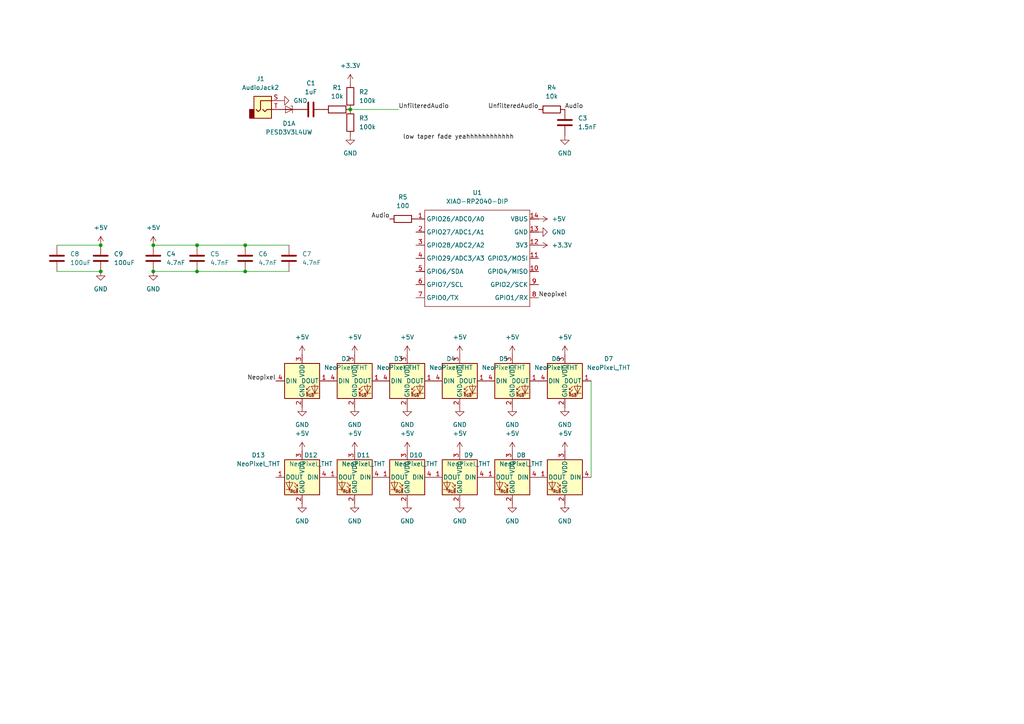
<source format=kicad_sch>
(kicad_sch (version 20250114) (generator "eeschema") (generator_version "9.0")
  (paper "A4")
  (lib_symbols
    (symbol "Connector_Audio:AudioJack2"
      (property "Reference" "J" (at 0 8.89 0))
      (property "Value" "AudioJack2" (at 0 6.35 0))
      (symbol "AudioJack2_0_1"
        (rectangle (start -3.81 0) (end -2.54 -2.54) (stroke (width 0.254)) (fill (type outline)))
        (rectangle (start -2.54 3.81) (end 2.54 -2.54) (stroke (width 0.254)) (fill (type background)))
        (polyline (pts (xy 0 0) (xy 0.635 -0.635) (xy 1.27 0) (xy 2.54 0)) (stroke (width 0.254)))
        (polyline (pts (xy 2.54 2.54) (xy -0.635 2.54) (xy -0.635 0) (xy -1.27 -0.635) (xy -1.905 0)) (stroke (width 0.254)))
      )
      (symbol "AudioJack2_1_1"
        (pin passive line (at 5.08 2.54 180) (length 2.54) (name "~") (number "S"))
        (pin passive line (at 5.08 0 180) (length 2.54) (name "~") (number "T"))
      )
    )
    (symbol "Device:C" (pin_numbers (hide yes)) (pin_names (offset 0.254))
      (property "Reference" "C" (at 0.635 2.54 0))
      (property "Value" "C" (at 0.635 -2.54 0))
      (symbol "C_0_1"
        (polyline (pts (xy -2.032 0.762) (xy 2.032 0.762)) (stroke (width 0.508)))
        (polyline (pts (xy -2.032 -0.762) (xy 2.032 -0.762)) (stroke (width 0.508)))
      )
      (symbol "C_1_1"
        (pin passive line (at 0 3.81 270) (length 2.794) (name "~") (number "1"))
        (pin passive line (at 0 -3.81 90) (length 2.794) (name "~") (number "2"))
      )
    )
    (symbol "Device:R" (pin_numbers (hide yes)) (pin_names (offset 0))
      (property "Reference" "R" (at 2.032 0 90))
      (property "Value" "R" (at 0 0 90))
      (symbol "R_0_1"
        (rectangle (start -1.016 -2.54) (end 1.016 2.54) (stroke (width 0.254)))
      )
      (symbol "R_1_1"
        (pin passive line (at 0 3.81 270) (length 1.27) (name "~") (number "1"))
        (pin passive line (at 0 -3.81 90) (length 1.27) (name "~") (number "2"))
      )
    )
    (symbol "LED:NeoPixel_THT" (pin_names (offset 0.254))
      (property "Reference" "D" (at 5.08 5.715 0))
      (property "Value" "NeoPixel_THT" (at 1.27 -5.715 0))
      (symbol "NeoPixel_THT_0_0"
        (text "RGB" (at 2.286 -4.191 0) (effects (font (size 0.762 0.762))))
      )
      (symbol "NeoPixel_THT_0_1"
        (polyline (pts (xy 1.27 -2.54) (xy 1.778 -2.54)))
        (polyline (pts (xy 1.27 -3.556) (xy 1.778 -3.556)))
        (polyline (pts (xy 2.286 -1.524) (xy 1.27 -2.54) (xy 1.27 -2.032)))
        (polyline (pts (xy 2.286 -2.54) (xy 1.27 -3.556) (xy 1.27 -3.048)))
        (polyline (pts (xy 3.683 -1.016) (xy 3.683 -3.556) (xy 3.683 -4.064)))
        (polyline (pts (xy 4.699 -1.524) (xy 2.667 -1.524) (xy 3.683 -3.556) (xy 4.699 -1.524)))
        (polyline (pts (xy 4.699 -3.556) (xy 2.667 -3.556)))
        (rectangle (start 5.08 5.08) (end -5.08 -5.08) (stroke (width 0.254)) (fill (type background)))
      )
      (symbol "NeoPixel_THT_1_1"
        (pin input line (at -7.62 0 0) (length 2.54) (name "DIN") (number "4"))
        (pin power_in line (at 0 7.62 270) (length 2.54) (name "VDD") (number "3"))
        (pin power_in line (at 0 -7.62 90) (length 2.54) (name "GND") (number "2"))
        (pin output line (at 7.62 0 180) (length 2.54) (name "DOUT") (number "1"))
      )
    )
    (symbol "Power_Protection:PESD3V3L4UW" (pin_numbers (hide yes)) (pin_names (hide yes))
      (property "Reference" "D" (at 0 2.54 0))
      (property "Value" "PESD3V3L4UW" (at 0 -2.54 0))
      (symbol "PESD3V3L4UW_0_1"
        (polyline (pts (xy -1.016 1.016) (xy -1.016 -1.016) (xy -0.508 -1.016)))
        (polyline (pts (xy -1.016 0) (xy 1.016 0)))
        (polyline (pts (xy 1.016 1.016) (xy -1.016 0) (xy 1.016 -1.016) (xy 1.016 1.016)))
      )
      (symbol "PESD3V3L4UW_1_1"
        (pin passive line (at -2.54 0 0) (length 2.54) (name "K1") (number "1"))
        (pin passive line (at 2.54 0 180) (length 2.54) (name "A") (number "2"))
      )
      (symbol "PESD3V3L4UW_2_1"
        (pin passive line (at -2.54 0 0) (length 2.54) (name "K2") (number "3"))
      )
      (symbol "PESD3V3L4UW_3_1"
        (pin passive line (at -2.54 0 0) (length 2.54) (name "K3") (number "4"))
      )
      (symbol "PESD3V3L4UW_4_1"
        (pin passive line (at -2.54 0 0) (length 2.54) (name "K4") (number "5"))
      )
    )
    (symbol "Seeed_Studio_XIAO_Series:XIAO-RP2040-DIP"
      (property "Reference" "U" (at 0 0 0))
      (property "Value" "XIAO-RP2040-DIP" (at 5.334 -1.778 0))
      (symbol "XIAO-RP2040-DIP_1_0"
        (polyline (pts (xy -1.27 -2.54) (xy 29.21 -2.54)) (stroke (width 0.1524)))
        (polyline (pts (xy -1.27 -5.08) (xy -2.54 -5.08)) (stroke (width 0.1524)))
        (polyline (pts (xy -1.27 -5.08) (xy -1.27 -2.54)) (stroke (width 0.1524)))
        (polyline (pts (xy -1.27 -8.89) (xy -2.54 -8.89)) (stroke (width 0.1524)))
        (polyline (pts (xy -1.27 -8.89) (xy -1.27 -5.08)) (stroke (width 0.1524)))
        (polyline (pts (xy -1.27 -12.7) (xy -2.54 -12.7)) (stroke (width 0.1524)))
        (polyline (pts (xy -1.27 -12.7) (xy -1.27 -8.89)) (stroke (width 0.1524)))
        (polyline (pts (xy -1.27 -16.51) (xy -2.54 -16.51)) (stroke (width 0.1524)))
        (polyline (pts (xy -1.27 -16.51) (xy -1.27 -12.7)) (stroke (width 0.1524)))
        (polyline (pts (xy -1.27 -20.32) (xy -2.54 -20.32)) (stroke (width 0.1524)))
        (polyline (pts (xy -1.27 -24.13) (xy -2.54 -24.13)) (stroke (width 0.1524)))
        (polyline (pts (xy -1.27 -27.94) (xy -2.54 -27.94)) (stroke (width 0.1524)))
        (polyline (pts (xy -1.27 -30.48) (xy -1.27 -16.51)) (stroke (width 0.1524)))
        (polyline (pts (xy 29.21 -2.54) (xy 29.21 -5.08)) (stroke (width 0.1524)))
        (polyline (pts (xy 29.21 -5.08) (xy 29.21 -8.89)) (stroke (width 0.1524)))
        (polyline (pts (xy 29.21 -8.89) (xy 29.21 -12.7)) (stroke (width 0.1524)))
        (polyline (pts (xy 29.21 -12.7) (xy 29.21 -30.48)) (stroke (width 0.1524)))
        (polyline (pts (xy 29.21 -30.48) (xy -1.27 -30.48)) (stroke (width 0.1524)))
        (polyline (pts (xy 30.48 -5.08) (xy 29.21 -5.08)) (stroke (width 0.1524)))
        (polyline (pts (xy 30.48 -8.89) (xy 29.21 -8.89)) (stroke (width 0.1524)))
        (polyline (pts (xy 30.48 -12.7) (xy 29.21 -12.7)) (stroke (width 0.1524)))
        (polyline (pts (xy 30.48 -16.51) (xy 29.21 -16.51)) (stroke (width 0.1524)))
        (polyline (pts (xy 30.48 -20.32) (xy 29.21 -20.32)) (stroke (width 0.1524)))
        (polyline (pts (xy 30.48 -24.13) (xy 29.21 -24.13)) (stroke (width 0.1524)))
        (polyline (pts (xy 30.48 -27.94) (xy 29.21 -27.94)) (stroke (width 0.1524)))
        (pin passive line (at -3.81 -5.08 0) (length 2.54) (name "GPIO26/ADC0/A0") (number "1"))
        (pin passive line (at -3.81 -8.89 0) (length 2.54) (name "GPIO27/ADC1/A1") (number "2"))
        (pin passive line (at -3.81 -12.7 0) (length 2.54) (name "GPIO28/ADC2/A2") (number "3"))
        (pin passive line (at -3.81 -16.51 0) (length 2.54) (name "GPIO29/ADC3/A3") (number "4"))
        (pin passive line (at -3.81 -20.32 0) (length 2.54) (name "GPIO6/SDA") (number "5"))
        (pin passive line (at -3.81 -24.13 0) (length 2.54) (name "GPIO7/SCL") (number "6"))
        (pin passive line (at -3.81 -27.94 0) (length 2.54) (name "GPIO0/TX") (number "7"))
        (pin passive line (at 31.75 -5.08 180) (length 2.54) (name "VBUS") (number "14"))
        (pin passive line (at 31.75 -8.89 180) (length 2.54) (name "GND") (number "13"))
        (pin passive line (at 31.75 -12.7 180) (length 2.54) (name "3V3") (number "12"))
        (pin passive line (at 31.75 -16.51 180) (length 2.54) (name "GPIO3/MOSI") (number "11"))
        (pin passive line (at 31.75 -20.32 180) (length 2.54) (name "GPIO4/MISO") (number "10"))
        (pin passive line (at 31.75 -24.13 180) (length 2.54) (name "GPIO2/SCK") (number "9"))
        (pin passive line (at 31.75 -27.94 180) (length 2.54) (name "GPIO1/RX") (number "8"))
      )
    )
    (symbol "power:+3.3V" (power) (pin_numbers (hide yes)) (pin_names (offset 0) (hide yes))
      (property "Value" "+3.3V" (at 0 3.556 0))
      (symbol "+3.3V_0_1"
        (polyline (pts (xy -0.762 1.27) (xy 0 2.54)))
        (polyline (pts (xy 0 2.54) (xy 0.762 1.27)))
        (polyline (pts (xy 0 0) (xy 0 2.54)))
      )
      (symbol "+3.3V_1_1"
        (pin power_in line (at 0 0 90) (length 0) (name "~") (number "1"))
      )
    )
    (symbol "power:+5V" (power) (pin_numbers (hide yes)) (pin_names (offset 0) (hide yes))
      (property "Value" "+5V" (at 0 3.556 0))
      (symbol "+5V_0_1"
        (polyline (pts (xy -0.762 1.27) (xy 0 2.54)))
        (polyline (pts (xy 0 2.54) (xy 0.762 1.27)))
        (polyline (pts (xy 0 0) (xy 0 2.54)))
      )
      (symbol "+5V_1_1"
        (pin power_in line (at 0 0 90) (length 0) (name "~") (number "1"))
      )
    )
    (symbol "power:GND" (power) (pin_numbers (hide yes)) (pin_names (offset 0) (hide yes))
      (property "Value" "GND" (at 0 -3.81 0))
      (symbol "GND_0_1"
        (polyline (pts (xy 0 0) (xy 0 -1.27) (xy 1.27 -1.27) (xy 0 -2.54) (xy -1.27 -1.27) (xy 0 -1.27)))
      )
      (symbol "GND_1_1"
        (pin power_in line (at 0 0 270) (length 0) (name "~") (number "1"))
      )
    )
  )
  (junction (at 101.6 31.75))
  (junction (at 29.21 71.12))
  (junction (at 44.45 71.12))
  (junction (at 44.45 78.74))
  (junction (at 71.12 71.12))
  (junction (at 29.21 78.74))
  (junction (at 57.15 71.12))
  (junction (at 57.15 78.74))
  (junction (at 71.12 78.74))
  (wire (pts (xy 16.51 71.12) (xy 29.21 71.12)))
  (wire (pts (xy 44.45 78.74) (xy 57.15 78.74)))
  (wire (pts (xy 171.45 110.49) (xy 171.45 138.43)))
  (wire (pts (xy 57.15 78.74) (xy 71.12 78.74)))
  (wire (pts (xy 71.12 71.12) (xy 83.82 71.12)))
  (wire (pts (xy 57.15 71.12) (xy 71.12 71.12)))
  (wire (pts (xy 101.6 31.75) (xy 115.57 31.75)))
  (wire (pts (xy 44.45 71.12) (xy 57.15 71.12)))
  (wire (pts (xy 16.51 78.74) (xy 29.21 78.74)))
  (wire (pts (xy 71.12 78.74) (xy 83.82 78.74)))
  (label "Audio" (at 113.03 63.5 180))
  (label "UnfilteredAudio" (at 156.21 31.75 180))
  (label "Neopixel" (at 156.21 86.36 0))
  (label "Neopixel" (at 80.01 110.49 180))
  (label "low taper fade yeahhhhhhhhhhhh" (at 116.84 40.64 0))
  (label "Audio" (at 163.83 31.75 0))
  (label "UnfilteredAudio" (at 115.57 31.75 0))
  (symbol (lib_id "power:GND") (at 29.21 78.74 0) (unit 1)
    (property "Reference" "#PWR033" (effects (hide yes)))
    (property "Value" "GND" (at 29.21 83.82 0))
    (property "Description" "Power symbol creates a global label with name \"GND\" , ground" (effects (hide yes)))
  )
  (symbol (lib_id "power:GND") (at 156.21 67.31 90) (unit 1)
    (property "Reference" "#PWR02" (effects (hide yes)))
    (property "Value" "GND" (at 160.02 67.3099 90) (effects (justify right)))
    (property "Description" "Power symbol creates a global label with name \"GND\" , ground" (effects (hide yes)))
  )
  (symbol (lib_id "Device:C") (at 29.21 74.93 0) (unit 1)
    (property "Reference" "C9" (at 33.02 73.6599 0) (effects (justify left)))
    (property "Value" "100uF" (at 33.02 76.1999 0) (effects (justify left)))
    (property "Footprint" "Capacitor_SMD:C_0805_2012Metric_Pad1.18x1.45mm_HandSolder" (effects (hide yes)))
    (property "Description" "Unpolarized capacitor" (effects (hide yes)))
  )
  (symbol (lib_id "power:+5V") (at 133.35 102.87 0) (unit 1)
    (property "Reference" "#PWR014" (effects (hide yes)))
    (property "Value" "+5V" (at 133.35 97.79 0))
    (property "Description" "Power symbol creates a global label with name \"+5V\"" (effects (hide yes)))
  )
  (symbol (lib_id "power:+3.3V") (at 156.21 71.12 270) (unit 1)
    (property "Reference" "#PWR03" (effects (hide yes)))
    (property "Value" "+3.3V" (at 160.02 71.1199 90) (effects (justify left)))
    (property "Description" "Power symbol creates a global label with name \"+3.3V\"" (effects (hide yes)))
  )
  (symbol (lib_id "power:GND") (at 133.35 118.11 0) (unit 1)
    (property "Reference" "#PWR015" (effects (hide yes)))
    (property "Value" "GND" (at 133.35 123.19 0))
    (property "Description" "Power symbol creates a global label with name \"GND\" , ground" (effects (hide yes)))
  )
  (symbol (lib_id "power:+5V") (at 148.59 102.87 0) (unit 1)
    (property "Reference" "#PWR016" (effects (hide yes)))
    (property "Value" "+5V" (at 148.59 97.79 0))
    (property "Description" "Power symbol creates a global label with name \"+5V\"" (effects (hide yes)))
  )
  (symbol (lib_id "power:+5V") (at 87.63 102.87 0) (unit 1)
    (property "Reference" "#PWR09" (effects (hide yes)))
    (property "Value" "+5V" (at 87.63 97.79 0))
    (property "Description" "Power symbol creates a global label with name \"+5V\"" (effects (hide yes)))
  )
  (symbol (lib_id "power:GND") (at 148.59 146.05 0) (mirror y) (unit 1)
    (property "Reference" "#PWR023" (effects (hide yes)))
    (property "Value" "GND" (at 148.59 151.13 0))
    (property "Description" "Power symbol creates a global label with name \"GND\" , ground" (effects (hide yes)))
  )
  (symbol (lib_id "LED:NeoPixel_THT") (at 163.83 138.43 0) (mirror y) (unit 1)
    (property "Reference" "D8" (at 151.13 132.0098 0))
    (property "Value" "NeoPixel_THT" (at 151.13 134.5498 0))
    (property "Footprint" "LED_SMD:LED_SK6812MINI_PLCC4_3.5x3.5mm_P1.75mm" (effects (hide yes)))
    (property "Datasheet" "https://www.adafruit.com/product/1938" (effects (hide yes)))
    (property "Description" "RGB LED with integrated controller, 5mm/8mm LED package" (effects (hide yes)))
  )
  (symbol (lib_id "power:+5V") (at 156.21 63.5 270) (unit 1)
    (property "Reference" "#PWR01" (effects (hide yes)))
    (property "Value" "+5V" (at 160.02 63.4999 90) (effects (justify left)))
    (property "Description" "Power symbol creates a global label with name \"+5V\"" (effects (hide yes)))
  )
  (symbol (lib_id "Device:C") (at 71.12 74.93 0) (unit 1)
    (property "Reference" "C6" (at 74.93 73.6599 0) (effects (justify left)))
    (property "Value" "4.7nF" (at 74.93 76.1999 0) (effects (justify left)))
    (property "Footprint" "Capacitor_SMD:C_0805_2012Metric_Pad1.18x1.45mm_HandSolder" (effects (hide yes)))
    (property "Description" "Unpolarized capacitor" (effects (hide yes)))
  )
  (symbol (lib_id "power:+5V") (at 118.11 130.81 0) (mirror y) (unit 1)
    (property "Reference" "#PWR026" (effects (hide yes)))
    (property "Value" "+5V" (at 118.11 125.73 0))
    (property "Description" "Power symbol creates a global label with name \"+5V\"" (effects (hide yes)))
  )
  (symbol (lib_id "power:GND") (at 163.83 39.37 0) (unit 1)
    (property "Reference" "#PWR08" (effects (hide yes)))
    (property "Value" "GND" (at 163.83 44.45 0))
    (property "Description" "Power symbol creates a global label with name \"GND\" , ground" (effects (hide yes)))
  )
  (symbol (lib_id "power:GND") (at 163.83 146.05 0) (mirror y) (unit 1)
    (property "Reference" "#PWR021" (effects (hide yes)))
    (property "Value" "GND" (at 163.83 151.13 0))
    (property "Description" "Power symbol creates a global label with name \"GND\" , ground" (effects (hide yes)))
  )
  (symbol (lib_id "power:GND") (at 87.63 118.11 0) (unit 1)
    (property "Reference" "#PWR07" (effects (hide yes)))
    (property "Value" "GND" (at 87.63 123.19 0))
    (property "Description" "Power symbol creates a global label with name \"GND\" , ground" (effects (hide yes)))
  )
  (symbol (lib_id "power:GND") (at 133.35 146.05 0) (mirror y) (unit 1)
    (property "Reference" "#PWR025" (effects (hide yes)))
    (property "Value" "GND" (at 133.35 151.13 0))
    (property "Description" "Power symbol creates a global label with name \"GND\" , ground" (effects (hide yes)))
  )
  (symbol (lib_id "Device:C") (at 90.17 31.75 90) (unit 1)
    (property "Reference" "C1" (at 90.17 24.13 90))
    (property "Value" "1uF" (at 90.17 26.67 90))
    (property "Footprint" "Capacitor_SMD:C_0805_2012Metric_Pad1.18x1.45mm_HandSolder" (effects (hide yes)))
    (property "Description" "Unpolarized capacitor" (effects (hide yes)))
  )
  (symbol (lib_id "LED:NeoPixel_THT") (at 118.11 138.43 0) (mirror y) (unit 1)
    (property "Reference" "D11" (at 105.41 132.0098 0))
    (property "Value" "NeoPixel_THT" (at 105.41 134.5498 0))
    (property "Footprint" "LED_SMD:LED_SK6812MINI_PLCC4_3.5x3.5mm_P1.75mm" (effects (hide yes)))
    (property "Datasheet" "https://www.adafruit.com/product/1938" (effects (hide yes)))
    (property "Description" "RGB LED with integrated controller, 5mm/8mm LED package" (effects (hide yes)))
  )
  (symbol (lib_id "power:+5V") (at 148.59 130.81 0) (mirror y) (unit 1)
    (property "Reference" "#PWR022" (effects (hide yes)))
    (property "Value" "+5V" (at 148.59 125.73 0))
    (property "Description" "Power symbol creates a global label with name \"+5V\"" (effects (hide yes)))
  )
  (symbol (lib_id "LED:NeoPixel_THT") (at 133.35 110.49 0) (unit 1)
    (property "Reference" "D5" (at 146.05 104.0698 0))
    (property "Value" "NeoPixel_THT" (at 146.05 106.6098 0))
    (property "Footprint" "LED_SMD:LED_SK6812MINI_PLCC4_3.5x3.5mm_P1.75mm" (effects (hide yes)))
    (property "Datasheet" "https://www.adafruit.com/product/1938" (effects (hide yes)))
    (property "Description" "RGB LED with integrated controller, 5mm/8mm LED package" (effects (hide yes)))
  )
  (symbol (lib_id "power:+5V") (at 87.63 130.81 0) (mirror y) (unit 1)
    (property "Reference" "#PWR030" (effects (hide yes)))
    (property "Value" "+5V" (at 87.63 125.73 0))
    (property "Description" "Power symbol creates a global label with name \"+5V\"" (effects (hide yes)))
  )
  (symbol (lib_id "power:GND") (at 163.83 118.11 0) (unit 1)
    (property "Reference" "#PWR019" (effects (hide yes)))
    (property "Value" "GND" (at 163.83 123.19 0))
    (property "Description" "Power symbol creates a global label with name \"GND\" , ground" (effects (hide yes)))
  )
  (symbol (lib_id "Device:R") (at 160.02 31.75 90) (unit 1)
    (property "Reference" "R4" (at 160.02 25.4 90))
    (property "Value" "10k" (at 160.02 27.94 90))
    (property "Footprint" "Resistor_SMD:R_0805_2012Metric_Pad1.20x1.40mm_HandSolder" (effects (hide yes)))
    (property "Description" "Resistor" (effects (hide yes)))
  )
  (symbol (lib_id "LED:NeoPixel_THT") (at 118.11 110.49 0) (unit 1)
    (property "Reference" "D4" (at 130.81 104.0698 0))
    (property "Value" "NeoPixel_THT" (at 130.81 106.6098 0))
    (property "Footprint" "LED_SMD:LED_SK6812MINI_PLCC4_3.5x3.5mm_P1.75mm" (effects (hide yes)))
    (property "Datasheet" "https://www.adafruit.com/product/1938" (effects (hide yes)))
    (property "Description" "RGB LED with integrated controller, 5mm/8mm LED package" (effects (hide yes)))
  )
  (symbol (lib_id "LED:NeoPixel_THT") (at 163.83 110.49 0) (unit 1)
    (property "Reference" "D7" (at 176.53 104.0698 0))
    (property "Value" "NeoPixel_THT" (at 176.53 106.6098 0))
    (property "Footprint" "LED_SMD:LED_SK6812MINI_PLCC4_3.5x3.5mm_P1.75mm" (effects (hide yes)))
    (property "Datasheet" "https://www.adafruit.com/product/1938" (effects (hide yes)))
    (property "Description" "RGB LED with integrated controller, 5mm/8mm LED package" (effects (hide yes)))
  )
  (symbol (lib_id "LED:NeoPixel_THT") (at 87.63 110.49 0) (unit 1)
    (property "Reference" "D2" (at 100.33 104.0698 0))
    (property "Value" "NeoPixel_THT" (at 100.33 106.6098 0))
    (property "Footprint" "LED_SMD:LED_SK6812MINI_PLCC4_3.5x3.5mm_P1.75mm" (effects (hide yes)))
    (property "Datasheet" "https://www.adafruit.com/product/1938" (effects (hide yes)))
    (property "Description" "RGB LED with integrated controller, 5mm/8mm LED package" (effects (hide yes)))
  )
  (symbol (lib_id "LED:NeoPixel_THT") (at 133.35 138.43 0) (mirror y) (unit 1)
    (property "Reference" "D10" (at 120.65 132.0098 0))
    (property "Value" "NeoPixel_THT" (at 120.65 134.5498 0))
    (property "Footprint" "LED_SMD:LED_SK6812MINI_PLCC4_3.5x3.5mm_P1.75mm" (effects (hide yes)))
    (property "Datasheet" "https://www.adafruit.com/product/1938" (effects (hide yes)))
    (property "Description" "RGB LED with integrated controller, 5mm/8mm LED package" (effects (hide yes)))
  )
  (symbol (lib_id "Device:R") (at 116.84 63.5 90) (unit 1)
    (property "Reference" "R5" (at 116.84 57.15 90))
    (property "Value" "100" (at 116.84 59.69 90))
    (property "Footprint" "Resistor_SMD:R_0805_2012Metric_Pad1.20x1.40mm_HandSolder" (effects (hide yes)))
    (property "Description" "Resistor" (effects (hide yes)))
  )
  (symbol (lib_id "power:+5V") (at 163.83 102.87 0) (unit 1)
    (property "Reference" "#PWR018" (effects (hide yes)))
    (property "Value" "+5V" (at 163.83 97.79 0))
    (property "Description" "Power symbol creates a global label with name \"+5V\"" (effects (hide yes)))
  )
  (symbol (lib_id "Device:C") (at 44.45 74.93 0) (unit 1)
    (property "Reference" "C4" (at 48.26 73.6599 0) (effects (justify left)))
    (property "Value" "4.7nF" (at 48.26 76.1999 0) (effects (justify left)))
    (property "Footprint" "Capacitor_SMD:C_0805_2012Metric_Pad1.18x1.45mm_HandSolder" (effects (hide yes)))
    (property "Description" "Unpolarized capacitor" (effects (hide yes)))
  )
  (symbol (lib_id "power:GND") (at 102.87 146.05 0) (mirror y) (unit 1)
    (property "Reference" "#PWR029" (effects (hide yes)))
    (property "Value" "GND" (at 102.87 151.13 0))
    (property "Description" "Power symbol creates a global label with name \"GND\" , ground" (effects (hide yes)))
  )
  (symbol (lib_id "Device:C") (at 16.51 74.93 0) (unit 1)
    (property "Reference" "C8" (at 20.32 73.6599 0) (effects (justify left)))
    (property "Value" "100uF" (at 20.32 76.1999 0) (effects (justify left)))
    (property "Footprint" "Capacitor_SMD:C_0805_2012Metric_Pad1.18x1.45mm_HandSolder" (effects (hide yes)))
    (property "Description" "Unpolarized capacitor" (effects (hide yes)))
  )
  (symbol (lib_id "LED:NeoPixel_THT") (at 102.87 138.43 0) (mirror y) (unit 1)
    (property "Reference" "D12" (at 90.17 132.0098 0))
    (property "Value" "NeoPixel_THT" (at 90.17 134.5498 0))
    (property "Footprint" "LED_SMD:LED_SK6812MINI_PLCC4_3.5x3.5mm_P1.75mm" (effects (hide yes)))
    (property "Datasheet" "https://www.adafruit.com/product/1938" (effects (hide yes)))
    (property "Description" "RGB LED with integrated controller, 5mm/8mm LED package" (effects (hide yes)))
  )
  (symbol (lib_id "power:+5V") (at 102.87 102.87 0) (unit 1)
    (property "Reference" "#PWR010" (effects (hide yes)))
    (property "Value" "+5V" (at 102.87 97.79 0))
    (property "Description" "Power symbol creates a global label with name \"+5V\"" (effects (hide yes)))
  )
  (symbol (lib_id "power:GND") (at 118.11 118.11 0) (unit 1)
    (property "Reference" "#PWR013" (effects (hide yes)))
    (property "Value" "GND" (at 118.11 123.19 0))
    (property "Description" "Power symbol creates a global label with name \"GND\" , ground" (effects (hide yes)))
  )
  (symbol (lib_id "Power_Protection:PESD3V3L4UW") (at 83.82 31.75 180) (unit 1)
    (property "Reference" "D1" (at 83.82 35.814 0))
    (property "Value" "PESD3V3L4UW" (at 83.82 38.354 0))
    (property "Footprint" "Package_TO_SOT_SMD:SOT-665" (effects (hide yes)))
    (property "Datasheet" "https://assets.nexperia.com/documents/data-sheet/PESDXL4UF_G_W.pdf" (effects (hide yes)))
    (property "Description" "Low capacitance unidirectional quadruple ESD protection diode array, 3.3V, Common Anode, SOT-665" (effects (hide yes)))
  )
  (symbol (lib_id "power:GND") (at 44.45 78.74 0) (unit 1)
    (property "Reference" "#PWR035" (effects (hide yes)))
    (property "Value" "GND" (at 44.45 83.82 0))
    (property "Description" "Power symbol creates a global label with name \"GND\" , ground" (effects (hide yes)))
  )
  (symbol (lib_id "power:GND") (at 148.59 118.11 0) (unit 1)
    (property "Reference" "#PWR017" (effects (hide yes)))
    (property "Value" "GND" (at 148.59 123.19 0))
    (property "Description" "Power symbol creates a global label with name \"GND\" , ground" (effects (hide yes)))
  )
  (symbol (lib_id "Connector_Audio:AudioJack2") (at 76.2 31.75 0) (unit 1)
    (property "Reference" "J1" (at 75.565 22.86 0))
    (property "Value" "AudioJack2" (at 75.565 25.4 0))
    (property "Footprint" "Connector_Audio:Jack_3.5mm_CUI_SJ-3523-SMT_Horizontal" (effects (hide yes)))
    (property "Description" "Audio Jack, 2 Poles (Mono / TS)" (effects (hide yes)))
  )
  (symbol (lib_id "Seeed_Studio_XIAO_Series:XIAO-RP2040-DIP") (at 124.46 58.42 0) (unit 1)
    (property "Reference" "U1" (at 138.43 55.88 0))
    (property "Value" "XIAO-RP2040-DIP" (at 138.43 58.42 0))
    (property "Footprint" "Seeed Studio XIAO Series Library:XIAO-RP2040-DIP" (effects (hide yes)))
  )
  (symbol (lib_id "power:+5V") (at 29.21 71.12 0) (unit 1)
    (property "Reference" "#PWR032" (effects (hide yes)))
    (property "Value" "+5V" (at 29.21 66.04 0))
    (property "Description" "Power symbol creates a global label with name \"+5V\"" (effects (hide yes)))
  )
  (symbol (lib_id "Device:C") (at 163.83 35.56 0) (unit 1)
    (property "Reference" "C3" (at 167.64 34.2899 0) (effects (justify left)))
    (property "Value" "1.5nF" (at 167.64 36.8299 0) (effects (justify left)))
    (property "Footprint" "Capacitor_SMD:C_0805_2012Metric_Pad1.18x1.45mm_HandSolder" (effects (hide yes)))
    (property "Description" "Unpolarized capacitor" (effects (hide yes)))
  )
  (symbol (lib_id "power:GND") (at 87.63 146.05 0) (mirror y) (unit 1)
    (property "Reference" "#PWR031" (effects (hide yes)))
    (property "Value" "GND" (at 87.63 151.13 0))
    (property "Description" "Power symbol creates a global label with name \"GND\" , ground" (effects (hide yes)))
  )
  (symbol (lib_id "Device:C") (at 83.82 74.93 0) (unit 1)
    (property "Reference" "C7" (at 87.63 73.6599 0) (effects (justify left)))
    (property "Value" "4.7nF" (at 87.63 76.1999 0) (effects (justify left)))
    (property "Footprint" "Capacitor_SMD:C_0805_2012Metric_Pad1.18x1.45mm_HandSolder" (effects (hide yes)))
    (property "Description" "Unpolarized capacitor" (effects (hide yes)))
  )
  (symbol (lib_id "power:+5V") (at 44.45 71.12 0) (unit 1)
    (property "Reference" "#PWR034" (effects (hide yes)))
    (property "Value" "+5V" (at 44.45 66.04 0))
    (property "Description" "Power symbol creates a global label with name \"+5V\"" (effects (hide yes)))
  )
  (symbol (lib_id "power:+5V") (at 102.87 130.81 0) (mirror y) (unit 1)
    (property "Reference" "#PWR028" (effects (hide yes)))
    (property "Value" "+5V" (at 102.87 125.73 0))
    (property "Description" "Power symbol creates a global label with name \"+5V\"" (effects (hide yes)))
  )
  (symbol (lib_id "power:GND") (at 102.87 118.11 0) (unit 1)
    (property "Reference" "#PWR011" (effects (hide yes)))
    (property "Value" "GND" (at 102.87 123.19 0))
    (property "Description" "Power symbol creates a global label with name \"GND\" , ground" (effects (hide yes)))
  )
  (symbol (lib_id "LED:NeoPixel_THT") (at 102.87 110.49 0) (unit 1)
    (property "Reference" "D3" (at 115.57 104.0698 0))
    (property "Value" "NeoPixel_THT" (at 115.57 106.6098 0))
    (property "Footprint" "LED_SMD:LED_SK6812MINI_PLCC4_3.5x3.5mm_P1.75mm" (effects (hide yes)))
    (property "Datasheet" "https://www.adafruit.com/product/1938" (effects (hide yes)))
    (property "Description" "RGB LED with integrated controller, 5mm/8mm LED package" (effects (hide yes)))
  )
  (symbol (lib_id "power:+5V") (at 133.35 130.81 0) (mirror y) (unit 1)
    (property "Reference" "#PWR024" (effects (hide yes)))
    (property "Value" "+5V" (at 133.35 125.73 0))
    (property "Description" "Power symbol creates a global label with name \"+5V\"" (effects (hide yes)))
  )
  (symbol (lib_id "LED:NeoPixel_THT") (at 148.59 138.43 0) (mirror y) (unit 1)
    (property "Reference" "D9" (at 135.89 132.0098 0))
    (property "Value" "NeoPixel_THT" (at 135.89 134.5498 0))
    (property "Footprint" "LED_SMD:LED_SK6812MINI_PLCC4_3.5x3.5mm_P1.75mm" (effects (hide yes)))
    (property "Datasheet" "https://www.adafruit.com/product/1938" (effects (hide yes)))
    (property "Description" "RGB LED with integrated controller, 5mm/8mm LED package" (effects (hide yes)))
  )
  (symbol (lib_id "Device:R") (at 101.6 27.94 0) (unit 1)
    (property "Reference" "R2" (at 104.14 26.6699 0) (effects (justify left)))
    (property "Value" "100k" (at 104.14 29.2099 0) (effects (justify left)))
    (property "Footprint" "Resistor_SMD:R_0805_2012Metric_Pad1.20x1.40mm_HandSolder" (effects (hide yes)))
    (property "Description" "Resistor" (effects (hide yes)))
  )
  (symbol (lib_id "power:+3.3V") (at 101.6 24.13 0) (unit 1)
    (property "Reference" "#PWR05" (effects (hide yes)))
    (property "Value" "+3.3V" (at 101.6 19.05 0))
    (property "Description" "Power symbol creates a global label with name \"+3.3V\"" (effects (hide yes)))
  )
  (symbol (lib_id "power:GND") (at 118.11 146.05 0) (mirror y) (unit 1)
    (property "Reference" "#PWR027" (effects (hide yes)))
    (property "Value" "GND" (at 118.11 151.13 0))
    (property "Description" "Power symbol creates a global label with name \"GND\" , ground" (effects (hide yes)))
  )
  (symbol (lib_id "power:GND") (at 81.28 29.21 90) (unit 1)
    (property "Reference" "#PWR04" (effects (hide yes)))
    (property "Value" "GND" (at 85.09 29.2099 90) (effects (justify right)))
    (property "Description" "Power symbol creates a global label with name \"GND\" , ground" (effects (hide yes)))
  )
  (symbol (lib_id "power:+5V") (at 163.83 130.81 0) (mirror y) (unit 1)
    (property "Reference" "#PWR020" (effects (hide yes)))
    (property "Value" "+5V" (at 163.83 125.73 0))
    (property "Description" "Power symbol creates a global label with name \"+5V\"" (effects (hide yes)))
  )
  (symbol (lib_id "Device:R") (at 97.79 31.75 90) (unit 1)
    (property "Reference" "R1" (at 97.79 25.4 90))
    (property "Value" "10k" (at 97.79 27.94 90))
    (property "Footprint" "Resistor_SMD:R_0805_2012Metric_Pad1.20x1.40mm_HandSolder" (effects (hide yes)))
    (property "Description" "Resistor" (effects (hide yes)))
  )
  (symbol (lib_id "LED:NeoPixel_THT") (at 148.59 110.49 0) (unit 1)
    (property "Reference" "D6" (at 161.29 104.0698 0))
    (property "Value" "NeoPixel_THT" (at 161.29 106.6098 0))
    (property "Footprint" "LED_SMD:LED_SK6812MINI_PLCC4_3.5x3.5mm_P1.75mm" (effects (hide yes)))
    (property "Datasheet" "https://www.adafruit.com/product/1938" (effects (hide yes)))
    (property "Description" "RGB LED with integrated controller, 5mm/8mm LED package" (effects (hide yes)))
  )
  (symbol (lib_id "LED:NeoPixel_THT") (at 87.63 138.43 0) (mirror y) (unit 1)
    (property "Reference" "D13" (at 74.93 132.0098 0))
    (property "Value" "NeoPixel_THT" (at 74.93 134.5498 0))
    (property "Footprint" "LED_SMD:LED_SK6812MINI_PLCC4_3.5x3.5mm_P1.75mm" (effects (hide yes)))
    (property "Datasheet" "https://www.adafruit.com/product/1938" (effects (hide yes)))
    (property "Description" "RGB LED with integrated controller, 5mm/8mm LED package" (effects (hide yes)))
  )
  (symbol (lib_id "Device:C") (at 57.15 74.93 0) (unit 1)
    (property "Reference" "C5" (at 60.96 73.6599 0) (effects (justify left)))
    (property "Value" "4.7nF" (at 60.96 76.1999 0) (effects (justify left)))
    (property "Footprint" "Capacitor_SMD:C_0805_2012Metric_Pad1.18x1.45mm_HandSolder" (effects (hide yes)))
    (property "Description" "Unpolarized capacitor" (effects (hide yes)))
  )
  (symbol (lib_id "power:GND") (at 101.6 39.37 0) (unit 1)
    (property "Reference" "#PWR06" (effects (hide yes)))
    (property "Value" "GND" (at 101.6 44.45 0))
    (property "Description" "Power symbol creates a global label with name \"GND\" , ground" (effects (hide yes)))
  )
  (symbol (lib_id "Device:R") (at 101.6 35.56 0) (unit 1)
    (property "Reference" "R3" (at 104.14 34.2899 0) (effects (justify left)))
    (property "Value" "100k" (at 104.14 36.8299 0) (effects (justify left)))
    (property "Footprint" "Resistor_SMD:R_0805_2012Metric_Pad1.20x1.40mm_HandSolder" (effects (hide yes)))
    (property "Description" "Resistor" (effects (hide yes)))
  )
  (symbol (lib_id "power:+5V") (at 118.11 102.87 0) (unit 1)
    (property "Reference" "#PWR012" (effects (hide yes)))
    (property "Value" "+5V" (at 118.11 97.79 0))
    (property "Description" "Power symbol creates a global label with name \"+5V\"" (effects (hide yes)))
  )
)
</source>
